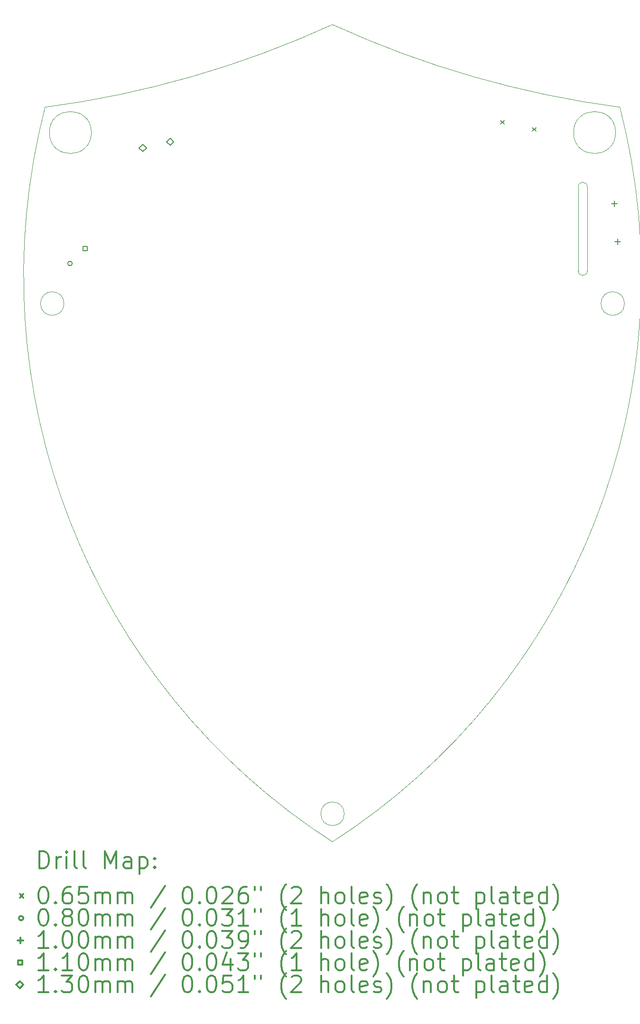
<source format=gbr>
%FSLAX45Y45*%
G04 Gerber Fmt 4.5, Leading zero omitted, Abs format (unit mm)*
G04 Created by KiCad (PCBNEW 5.0.2-1.fc29) date Mon 25 Feb 2019 04:28:05 CET*
%MOMM*%
%LPD*%
G01*
G04 APERTURE LIST*
%ADD10C,0.100000*%
%ADD11C,0.200000*%
%ADD12C,0.300000*%
G04 APERTURE END LIST*
D10*
X5128859Y13101191D02*
G75*
G02X0Y0I-11617245J-3006596D01*
G01*
X5211417Y9600000D02*
G75*
G03X5211417Y9600000I-210000J0D01*
G01*
X4547827Y11682000D02*
X4547827Y10182000D01*
X4384999Y11682000D02*
G75*
G02X4547827Y11682000I81414J0D01*
G01*
X4384999Y10182000D02*
X4384999Y11682000D01*
X-4791285Y9600000D02*
G75*
G03X-4791285Y9600000I-210000J0D01*
G01*
X0Y14575271D02*
G75*
G02X-5128700Y13101191I-7481641J16371471D01*
G01*
X4547827Y10182000D02*
G75*
G02X4384999Y10182000I-81414J0D01*
G01*
X5128859Y13101191D02*
G75*
G02X0Y14575271I2352718J17845580D01*
G01*
X0Y0D02*
G75*
G02X-5128700Y13101191I6488522J10094508D01*
G01*
X-4302509Y12650000D02*
G75*
G03X-4302509Y12650000I-375000J0D01*
G01*
X5052668Y12650000D02*
G75*
G03X5052668Y12650000I-375000J0D01*
G01*
X210000Y500000D02*
G75*
G03X210000Y500000I-210000J0D01*
G01*
D11*
X3000351Y12865051D02*
X3065351Y12800051D01*
X3065351Y12865051D02*
X3000351Y12800051D01*
X3564649Y12739949D02*
X3629649Y12674949D01*
X3629649Y12739949D02*
X3564649Y12674949D01*
X-4644147Y10315452D02*
G75*
G03X-4644147Y10315452I-40000J0D01*
G01*
X5032732Y11433905D02*
X5032732Y11333905D01*
X4982732Y11383905D02*
X5082732Y11383905D01*
X5087268Y10756095D02*
X5087268Y10656095D01*
X5037268Y10706095D02*
X5137268Y10706095D01*
X-4376555Y10545261D02*
X-4376555Y10623044D01*
X-4454338Y10623044D01*
X-4454338Y10545261D01*
X-4376555Y10545261D01*
X-3383592Y12308762D02*
X-3318592Y12373762D01*
X-3383592Y12438762D01*
X-3448592Y12373762D01*
X-3383592Y12308762D01*
X-2896407Y12421238D02*
X-2831407Y12486238D01*
X-2896407Y12551238D01*
X-2961407Y12486238D01*
X-2896407Y12421238D01*
D12*
X-5230050Y-470714D02*
X-5230050Y-170714D01*
X-5158621Y-170714D01*
X-5115764Y-185000D01*
X-5087192Y-213571D01*
X-5072907Y-242143D01*
X-5058621Y-299286D01*
X-5058621Y-342143D01*
X-5072907Y-399286D01*
X-5087192Y-427857D01*
X-5115764Y-456429D01*
X-5158621Y-470714D01*
X-5230050Y-470714D01*
X-4930050Y-470714D02*
X-4930050Y-270714D01*
X-4930050Y-327857D02*
X-4915764Y-299286D01*
X-4901478Y-285000D01*
X-4872907Y-270714D01*
X-4844335Y-270714D01*
X-4744335Y-470714D02*
X-4744335Y-270714D01*
X-4744335Y-170714D02*
X-4758621Y-185000D01*
X-4744335Y-199286D01*
X-4730050Y-185000D01*
X-4744335Y-170714D01*
X-4744335Y-199286D01*
X-4558621Y-470714D02*
X-4587192Y-456429D01*
X-4601478Y-427857D01*
X-4601478Y-170714D01*
X-4401478Y-470714D02*
X-4430050Y-456429D01*
X-4444335Y-427857D01*
X-4444335Y-170714D01*
X-4058621Y-470714D02*
X-4058621Y-170714D01*
X-3958621Y-385000D01*
X-3858621Y-170714D01*
X-3858621Y-470714D01*
X-3587192Y-470714D02*
X-3587192Y-313572D01*
X-3601478Y-285000D01*
X-3630050Y-270714D01*
X-3687192Y-270714D01*
X-3715764Y-285000D01*
X-3587192Y-456429D02*
X-3615764Y-470714D01*
X-3687192Y-470714D01*
X-3715764Y-456429D01*
X-3730050Y-427857D01*
X-3730050Y-399286D01*
X-3715764Y-370714D01*
X-3687192Y-356429D01*
X-3615764Y-356429D01*
X-3587192Y-342143D01*
X-3444335Y-270714D02*
X-3444335Y-570714D01*
X-3444335Y-285000D02*
X-3415764Y-270714D01*
X-3358621Y-270714D01*
X-3330050Y-285000D01*
X-3315764Y-299286D01*
X-3301478Y-327857D01*
X-3301478Y-413571D01*
X-3315764Y-442143D01*
X-3330050Y-456429D01*
X-3358621Y-470714D01*
X-3415764Y-470714D01*
X-3444335Y-456429D01*
X-3172907Y-442143D02*
X-3158621Y-456429D01*
X-3172907Y-470714D01*
X-3187192Y-456429D01*
X-3172907Y-442143D01*
X-3172907Y-470714D01*
X-3172907Y-285000D02*
X-3158621Y-299286D01*
X-3172907Y-313572D01*
X-3187192Y-299286D01*
X-3172907Y-285000D01*
X-3172907Y-313572D01*
X-5581478Y-932500D02*
X-5516478Y-997500D01*
X-5516478Y-932500D02*
X-5581478Y-997500D01*
X-5172907Y-800714D02*
X-5144335Y-800714D01*
X-5115764Y-815000D01*
X-5101478Y-829286D01*
X-5087192Y-857857D01*
X-5072907Y-915000D01*
X-5072907Y-986429D01*
X-5087192Y-1043571D01*
X-5101478Y-1072143D01*
X-5115764Y-1086429D01*
X-5144335Y-1100714D01*
X-5172907Y-1100714D01*
X-5201478Y-1086429D01*
X-5215764Y-1072143D01*
X-5230050Y-1043571D01*
X-5244335Y-986429D01*
X-5244335Y-915000D01*
X-5230050Y-857857D01*
X-5215764Y-829286D01*
X-5201478Y-815000D01*
X-5172907Y-800714D01*
X-4944335Y-1072143D02*
X-4930050Y-1086429D01*
X-4944335Y-1100714D01*
X-4958621Y-1086429D01*
X-4944335Y-1072143D01*
X-4944335Y-1100714D01*
X-4672907Y-800714D02*
X-4730050Y-800714D01*
X-4758621Y-815000D01*
X-4772907Y-829286D01*
X-4801478Y-872143D01*
X-4815764Y-929286D01*
X-4815764Y-1043571D01*
X-4801478Y-1072143D01*
X-4787192Y-1086429D01*
X-4758621Y-1100714D01*
X-4701478Y-1100714D01*
X-4672907Y-1086429D01*
X-4658621Y-1072143D01*
X-4644335Y-1043571D01*
X-4644335Y-972143D01*
X-4658621Y-943571D01*
X-4672907Y-929286D01*
X-4701478Y-915000D01*
X-4758621Y-915000D01*
X-4787192Y-929286D01*
X-4801478Y-943571D01*
X-4815764Y-972143D01*
X-4372907Y-800714D02*
X-4515764Y-800714D01*
X-4530050Y-943571D01*
X-4515764Y-929286D01*
X-4487192Y-915000D01*
X-4415764Y-915000D01*
X-4387192Y-929286D01*
X-4372907Y-943571D01*
X-4358621Y-972143D01*
X-4358621Y-1043571D01*
X-4372907Y-1072143D01*
X-4387192Y-1086429D01*
X-4415764Y-1100714D01*
X-4487192Y-1100714D01*
X-4515764Y-1086429D01*
X-4530050Y-1072143D01*
X-4230050Y-1100714D02*
X-4230050Y-900714D01*
X-4230050Y-929286D02*
X-4215764Y-915000D01*
X-4187192Y-900714D01*
X-4144335Y-900714D01*
X-4115764Y-915000D01*
X-4101478Y-943571D01*
X-4101478Y-1100714D01*
X-4101478Y-943571D02*
X-4087192Y-915000D01*
X-4058621Y-900714D01*
X-4015764Y-900714D01*
X-3987192Y-915000D01*
X-3972907Y-943571D01*
X-3972907Y-1100714D01*
X-3830050Y-1100714D02*
X-3830050Y-900714D01*
X-3830050Y-929286D02*
X-3815764Y-915000D01*
X-3787192Y-900714D01*
X-3744335Y-900714D01*
X-3715764Y-915000D01*
X-3701478Y-943571D01*
X-3701478Y-1100714D01*
X-3701478Y-943571D02*
X-3687192Y-915000D01*
X-3658621Y-900714D01*
X-3615764Y-900714D01*
X-3587192Y-915000D01*
X-3572907Y-943571D01*
X-3572907Y-1100714D01*
X-2987192Y-786429D02*
X-3244335Y-1172143D01*
X-2601478Y-800714D02*
X-2572907Y-800714D01*
X-2544335Y-815000D01*
X-2530050Y-829286D01*
X-2515764Y-857857D01*
X-2501478Y-915000D01*
X-2501478Y-986429D01*
X-2515764Y-1043571D01*
X-2530050Y-1072143D01*
X-2544335Y-1086429D01*
X-2572907Y-1100714D01*
X-2601478Y-1100714D01*
X-2630050Y-1086429D01*
X-2644335Y-1072143D01*
X-2658621Y-1043571D01*
X-2672907Y-986429D01*
X-2672907Y-915000D01*
X-2658621Y-857857D01*
X-2644335Y-829286D01*
X-2630050Y-815000D01*
X-2601478Y-800714D01*
X-2372907Y-1072143D02*
X-2358621Y-1086429D01*
X-2372907Y-1100714D01*
X-2387192Y-1086429D01*
X-2372907Y-1072143D01*
X-2372907Y-1100714D01*
X-2172907Y-800714D02*
X-2144335Y-800714D01*
X-2115764Y-815000D01*
X-2101478Y-829286D01*
X-2087192Y-857857D01*
X-2072907Y-915000D01*
X-2072907Y-986429D01*
X-2087192Y-1043571D01*
X-2101478Y-1072143D01*
X-2115764Y-1086429D01*
X-2144335Y-1100714D01*
X-2172907Y-1100714D01*
X-2201478Y-1086429D01*
X-2215764Y-1072143D01*
X-2230050Y-1043571D01*
X-2244335Y-986429D01*
X-2244335Y-915000D01*
X-2230050Y-857857D01*
X-2215764Y-829286D01*
X-2201478Y-815000D01*
X-2172907Y-800714D01*
X-1958621Y-829286D02*
X-1944335Y-815000D01*
X-1915764Y-800714D01*
X-1844335Y-800714D01*
X-1815764Y-815000D01*
X-1801478Y-829286D01*
X-1787192Y-857857D01*
X-1787192Y-886429D01*
X-1801478Y-929286D01*
X-1972907Y-1100714D01*
X-1787192Y-1100714D01*
X-1530050Y-800714D02*
X-1587192Y-800714D01*
X-1615764Y-815000D01*
X-1630050Y-829286D01*
X-1658621Y-872143D01*
X-1672907Y-929286D01*
X-1672907Y-1043571D01*
X-1658621Y-1072143D01*
X-1644335Y-1086429D01*
X-1615764Y-1100714D01*
X-1558621Y-1100714D01*
X-1530050Y-1086429D01*
X-1515764Y-1072143D01*
X-1501478Y-1043571D01*
X-1501478Y-972143D01*
X-1515764Y-943571D01*
X-1530050Y-929286D01*
X-1558621Y-915000D01*
X-1615764Y-915000D01*
X-1644335Y-929286D01*
X-1658621Y-943571D01*
X-1672907Y-972143D01*
X-1387192Y-800714D02*
X-1387192Y-857857D01*
X-1272907Y-800714D02*
X-1272907Y-857857D01*
X-830050Y-1215000D02*
X-844335Y-1200714D01*
X-872907Y-1157857D01*
X-887192Y-1129286D01*
X-901478Y-1086429D01*
X-915764Y-1015000D01*
X-915764Y-957857D01*
X-901478Y-886429D01*
X-887192Y-843571D01*
X-872907Y-815000D01*
X-844335Y-772143D01*
X-830050Y-757857D01*
X-730050Y-829286D02*
X-715764Y-815000D01*
X-687192Y-800714D01*
X-615764Y-800714D01*
X-587192Y-815000D01*
X-572907Y-829286D01*
X-558621Y-857857D01*
X-558621Y-886429D01*
X-572907Y-929286D01*
X-744335Y-1100714D01*
X-558621Y-1100714D01*
X-201478Y-1100714D02*
X-201478Y-800714D01*
X-72907Y-1100714D02*
X-72907Y-943571D01*
X-87192Y-915000D01*
X-115764Y-900714D01*
X-158621Y-900714D01*
X-187192Y-915000D01*
X-201478Y-929286D01*
X112807Y-1100714D02*
X84236Y-1086429D01*
X69950Y-1072143D01*
X55665Y-1043571D01*
X55665Y-957857D01*
X69950Y-929286D01*
X84236Y-915000D01*
X112807Y-900714D01*
X155665Y-900714D01*
X184236Y-915000D01*
X198522Y-929286D01*
X212807Y-957857D01*
X212807Y-1043571D01*
X198522Y-1072143D01*
X184236Y-1086429D01*
X155665Y-1100714D01*
X112807Y-1100714D01*
X384236Y-1100714D02*
X355665Y-1086429D01*
X341379Y-1057857D01*
X341379Y-800714D01*
X612808Y-1086429D02*
X584236Y-1100714D01*
X527093Y-1100714D01*
X498522Y-1086429D01*
X484236Y-1057857D01*
X484236Y-943571D01*
X498522Y-915000D01*
X527093Y-900714D01*
X584236Y-900714D01*
X612808Y-915000D01*
X627093Y-943571D01*
X627093Y-972143D01*
X484236Y-1000714D01*
X741379Y-1086429D02*
X769950Y-1100714D01*
X827093Y-1100714D01*
X855665Y-1086429D01*
X869950Y-1057857D01*
X869950Y-1043571D01*
X855665Y-1015000D01*
X827093Y-1000714D01*
X784236Y-1000714D01*
X755665Y-986429D01*
X741379Y-957857D01*
X741379Y-943571D01*
X755665Y-915000D01*
X784236Y-900714D01*
X827093Y-900714D01*
X855665Y-915000D01*
X969950Y-1215000D02*
X984236Y-1200714D01*
X1012807Y-1157857D01*
X1027093Y-1129286D01*
X1041379Y-1086429D01*
X1055665Y-1015000D01*
X1055665Y-957857D01*
X1041379Y-886429D01*
X1027093Y-843571D01*
X1012807Y-815000D01*
X984236Y-772143D01*
X969950Y-757857D01*
X1512807Y-1215000D02*
X1498522Y-1200714D01*
X1469950Y-1157857D01*
X1455665Y-1129286D01*
X1441379Y-1086429D01*
X1427093Y-1015000D01*
X1427093Y-957857D01*
X1441379Y-886429D01*
X1455665Y-843571D01*
X1469950Y-815000D01*
X1498522Y-772143D01*
X1512807Y-757857D01*
X1627093Y-900714D02*
X1627093Y-1100714D01*
X1627093Y-929286D02*
X1641379Y-915000D01*
X1669950Y-900714D01*
X1712807Y-900714D01*
X1741379Y-915000D01*
X1755665Y-943571D01*
X1755665Y-1100714D01*
X1941379Y-1100714D02*
X1912807Y-1086429D01*
X1898522Y-1072143D01*
X1884236Y-1043571D01*
X1884236Y-957857D01*
X1898522Y-929286D01*
X1912807Y-915000D01*
X1941379Y-900714D01*
X1984236Y-900714D01*
X2012807Y-915000D01*
X2027093Y-929286D01*
X2041379Y-957857D01*
X2041379Y-1043571D01*
X2027093Y-1072143D01*
X2012807Y-1086429D01*
X1984236Y-1100714D01*
X1941379Y-1100714D01*
X2127093Y-900714D02*
X2241379Y-900714D01*
X2169950Y-800714D02*
X2169950Y-1057857D01*
X2184236Y-1086429D01*
X2212808Y-1100714D01*
X2241379Y-1100714D01*
X2569950Y-900714D02*
X2569950Y-1200714D01*
X2569950Y-915000D02*
X2598522Y-900714D01*
X2655665Y-900714D01*
X2684236Y-915000D01*
X2698522Y-929286D01*
X2712808Y-957857D01*
X2712808Y-1043571D01*
X2698522Y-1072143D01*
X2684236Y-1086429D01*
X2655665Y-1100714D01*
X2598522Y-1100714D01*
X2569950Y-1086429D01*
X2884236Y-1100714D02*
X2855665Y-1086429D01*
X2841379Y-1057857D01*
X2841379Y-800714D01*
X3127093Y-1100714D02*
X3127093Y-943571D01*
X3112807Y-915000D01*
X3084236Y-900714D01*
X3027093Y-900714D01*
X2998522Y-915000D01*
X3127093Y-1086429D02*
X3098522Y-1100714D01*
X3027093Y-1100714D01*
X2998522Y-1086429D01*
X2984236Y-1057857D01*
X2984236Y-1029286D01*
X2998522Y-1000714D01*
X3027093Y-986429D01*
X3098522Y-986429D01*
X3127093Y-972143D01*
X3227093Y-900714D02*
X3341379Y-900714D01*
X3269950Y-800714D02*
X3269950Y-1057857D01*
X3284236Y-1086429D01*
X3312807Y-1100714D01*
X3341379Y-1100714D01*
X3555665Y-1086429D02*
X3527093Y-1100714D01*
X3469950Y-1100714D01*
X3441379Y-1086429D01*
X3427093Y-1057857D01*
X3427093Y-943571D01*
X3441379Y-915000D01*
X3469950Y-900714D01*
X3527093Y-900714D01*
X3555665Y-915000D01*
X3569950Y-943571D01*
X3569950Y-972143D01*
X3427093Y-1000714D01*
X3827093Y-1100714D02*
X3827093Y-800714D01*
X3827093Y-1086429D02*
X3798522Y-1100714D01*
X3741379Y-1100714D01*
X3712807Y-1086429D01*
X3698522Y-1072143D01*
X3684236Y-1043571D01*
X3684236Y-957857D01*
X3698522Y-929286D01*
X3712807Y-915000D01*
X3741379Y-900714D01*
X3798522Y-900714D01*
X3827093Y-915000D01*
X3941379Y-1215000D02*
X3955665Y-1200714D01*
X3984236Y-1157857D01*
X3998522Y-1129286D01*
X4012807Y-1086429D01*
X4027093Y-1015000D01*
X4027093Y-957857D01*
X4012807Y-886429D01*
X3998522Y-843571D01*
X3984236Y-815000D01*
X3955665Y-772143D01*
X3941379Y-757857D01*
X-5516478Y-1361000D02*
G75*
G03X-5516478Y-1361000I-40000J0D01*
G01*
X-5172907Y-1196714D02*
X-5144335Y-1196714D01*
X-5115764Y-1211000D01*
X-5101478Y-1225286D01*
X-5087192Y-1253857D01*
X-5072907Y-1311000D01*
X-5072907Y-1382429D01*
X-5087192Y-1439571D01*
X-5101478Y-1468143D01*
X-5115764Y-1482429D01*
X-5144335Y-1496714D01*
X-5172907Y-1496714D01*
X-5201478Y-1482429D01*
X-5215764Y-1468143D01*
X-5230050Y-1439571D01*
X-5244335Y-1382429D01*
X-5244335Y-1311000D01*
X-5230050Y-1253857D01*
X-5215764Y-1225286D01*
X-5201478Y-1211000D01*
X-5172907Y-1196714D01*
X-4944335Y-1468143D02*
X-4930050Y-1482429D01*
X-4944335Y-1496714D01*
X-4958621Y-1482429D01*
X-4944335Y-1468143D01*
X-4944335Y-1496714D01*
X-4758621Y-1325286D02*
X-4787192Y-1311000D01*
X-4801478Y-1296714D01*
X-4815764Y-1268143D01*
X-4815764Y-1253857D01*
X-4801478Y-1225286D01*
X-4787192Y-1211000D01*
X-4758621Y-1196714D01*
X-4701478Y-1196714D01*
X-4672907Y-1211000D01*
X-4658621Y-1225286D01*
X-4644335Y-1253857D01*
X-4644335Y-1268143D01*
X-4658621Y-1296714D01*
X-4672907Y-1311000D01*
X-4701478Y-1325286D01*
X-4758621Y-1325286D01*
X-4787192Y-1339572D01*
X-4801478Y-1353857D01*
X-4815764Y-1382429D01*
X-4815764Y-1439571D01*
X-4801478Y-1468143D01*
X-4787192Y-1482429D01*
X-4758621Y-1496714D01*
X-4701478Y-1496714D01*
X-4672907Y-1482429D01*
X-4658621Y-1468143D01*
X-4644335Y-1439571D01*
X-4644335Y-1382429D01*
X-4658621Y-1353857D01*
X-4672907Y-1339572D01*
X-4701478Y-1325286D01*
X-4458621Y-1196714D02*
X-4430050Y-1196714D01*
X-4401478Y-1211000D01*
X-4387192Y-1225286D01*
X-4372907Y-1253857D01*
X-4358621Y-1311000D01*
X-4358621Y-1382429D01*
X-4372907Y-1439571D01*
X-4387192Y-1468143D01*
X-4401478Y-1482429D01*
X-4430050Y-1496714D01*
X-4458621Y-1496714D01*
X-4487192Y-1482429D01*
X-4501478Y-1468143D01*
X-4515764Y-1439571D01*
X-4530050Y-1382429D01*
X-4530050Y-1311000D01*
X-4515764Y-1253857D01*
X-4501478Y-1225286D01*
X-4487192Y-1211000D01*
X-4458621Y-1196714D01*
X-4230050Y-1496714D02*
X-4230050Y-1296714D01*
X-4230050Y-1325286D02*
X-4215764Y-1311000D01*
X-4187192Y-1296714D01*
X-4144335Y-1296714D01*
X-4115764Y-1311000D01*
X-4101478Y-1339572D01*
X-4101478Y-1496714D01*
X-4101478Y-1339572D02*
X-4087192Y-1311000D01*
X-4058621Y-1296714D01*
X-4015764Y-1296714D01*
X-3987192Y-1311000D01*
X-3972907Y-1339572D01*
X-3972907Y-1496714D01*
X-3830050Y-1496714D02*
X-3830050Y-1296714D01*
X-3830050Y-1325286D02*
X-3815764Y-1311000D01*
X-3787192Y-1296714D01*
X-3744335Y-1296714D01*
X-3715764Y-1311000D01*
X-3701478Y-1339572D01*
X-3701478Y-1496714D01*
X-3701478Y-1339572D02*
X-3687192Y-1311000D01*
X-3658621Y-1296714D01*
X-3615764Y-1296714D01*
X-3587192Y-1311000D01*
X-3572907Y-1339572D01*
X-3572907Y-1496714D01*
X-2987192Y-1182429D02*
X-3244335Y-1568143D01*
X-2601478Y-1196714D02*
X-2572907Y-1196714D01*
X-2544335Y-1211000D01*
X-2530050Y-1225286D01*
X-2515764Y-1253857D01*
X-2501478Y-1311000D01*
X-2501478Y-1382429D01*
X-2515764Y-1439571D01*
X-2530050Y-1468143D01*
X-2544335Y-1482429D01*
X-2572907Y-1496714D01*
X-2601478Y-1496714D01*
X-2630050Y-1482429D01*
X-2644335Y-1468143D01*
X-2658621Y-1439571D01*
X-2672907Y-1382429D01*
X-2672907Y-1311000D01*
X-2658621Y-1253857D01*
X-2644335Y-1225286D01*
X-2630050Y-1211000D01*
X-2601478Y-1196714D01*
X-2372907Y-1468143D02*
X-2358621Y-1482429D01*
X-2372907Y-1496714D01*
X-2387192Y-1482429D01*
X-2372907Y-1468143D01*
X-2372907Y-1496714D01*
X-2172907Y-1196714D02*
X-2144335Y-1196714D01*
X-2115764Y-1211000D01*
X-2101478Y-1225286D01*
X-2087192Y-1253857D01*
X-2072907Y-1311000D01*
X-2072907Y-1382429D01*
X-2087192Y-1439571D01*
X-2101478Y-1468143D01*
X-2115764Y-1482429D01*
X-2144335Y-1496714D01*
X-2172907Y-1496714D01*
X-2201478Y-1482429D01*
X-2215764Y-1468143D01*
X-2230050Y-1439571D01*
X-2244335Y-1382429D01*
X-2244335Y-1311000D01*
X-2230050Y-1253857D01*
X-2215764Y-1225286D01*
X-2201478Y-1211000D01*
X-2172907Y-1196714D01*
X-1972907Y-1196714D02*
X-1787192Y-1196714D01*
X-1887192Y-1311000D01*
X-1844335Y-1311000D01*
X-1815764Y-1325286D01*
X-1801478Y-1339572D01*
X-1787192Y-1368143D01*
X-1787192Y-1439571D01*
X-1801478Y-1468143D01*
X-1815764Y-1482429D01*
X-1844335Y-1496714D01*
X-1930050Y-1496714D01*
X-1958621Y-1482429D01*
X-1972907Y-1468143D01*
X-1501478Y-1496714D02*
X-1672907Y-1496714D01*
X-1587192Y-1496714D02*
X-1587192Y-1196714D01*
X-1615764Y-1239572D01*
X-1644335Y-1268143D01*
X-1672907Y-1282429D01*
X-1387192Y-1196714D02*
X-1387192Y-1253857D01*
X-1272907Y-1196714D02*
X-1272907Y-1253857D01*
X-830050Y-1611000D02*
X-844335Y-1596714D01*
X-872907Y-1553857D01*
X-887192Y-1525286D01*
X-901478Y-1482429D01*
X-915764Y-1411000D01*
X-915764Y-1353857D01*
X-901478Y-1282429D01*
X-887192Y-1239572D01*
X-872907Y-1211000D01*
X-844335Y-1168143D01*
X-830050Y-1153857D01*
X-558621Y-1496714D02*
X-730050Y-1496714D01*
X-644335Y-1496714D02*
X-644335Y-1196714D01*
X-672907Y-1239572D01*
X-701478Y-1268143D01*
X-730050Y-1282429D01*
X-201478Y-1496714D02*
X-201478Y-1196714D01*
X-72907Y-1496714D02*
X-72907Y-1339572D01*
X-87192Y-1311000D01*
X-115764Y-1296714D01*
X-158621Y-1296714D01*
X-187192Y-1311000D01*
X-201478Y-1325286D01*
X112807Y-1496714D02*
X84236Y-1482429D01*
X69950Y-1468143D01*
X55665Y-1439571D01*
X55665Y-1353857D01*
X69950Y-1325286D01*
X84236Y-1311000D01*
X112807Y-1296714D01*
X155665Y-1296714D01*
X184236Y-1311000D01*
X198522Y-1325286D01*
X212807Y-1353857D01*
X212807Y-1439571D01*
X198522Y-1468143D01*
X184236Y-1482429D01*
X155665Y-1496714D01*
X112807Y-1496714D01*
X384236Y-1496714D02*
X355665Y-1482429D01*
X341379Y-1453857D01*
X341379Y-1196714D01*
X612808Y-1482429D02*
X584236Y-1496714D01*
X527093Y-1496714D01*
X498522Y-1482429D01*
X484236Y-1453857D01*
X484236Y-1339572D01*
X498522Y-1311000D01*
X527093Y-1296714D01*
X584236Y-1296714D01*
X612808Y-1311000D01*
X627093Y-1339572D01*
X627093Y-1368143D01*
X484236Y-1396714D01*
X727093Y-1611000D02*
X741379Y-1596714D01*
X769950Y-1553857D01*
X784236Y-1525286D01*
X798522Y-1482429D01*
X812807Y-1411000D01*
X812807Y-1353857D01*
X798522Y-1282429D01*
X784236Y-1239572D01*
X769950Y-1211000D01*
X741379Y-1168143D01*
X727093Y-1153857D01*
X1269950Y-1611000D02*
X1255665Y-1596714D01*
X1227093Y-1553857D01*
X1212808Y-1525286D01*
X1198522Y-1482429D01*
X1184236Y-1411000D01*
X1184236Y-1353857D01*
X1198522Y-1282429D01*
X1212808Y-1239572D01*
X1227093Y-1211000D01*
X1255665Y-1168143D01*
X1269950Y-1153857D01*
X1384236Y-1296714D02*
X1384236Y-1496714D01*
X1384236Y-1325286D02*
X1398522Y-1311000D01*
X1427093Y-1296714D01*
X1469950Y-1296714D01*
X1498522Y-1311000D01*
X1512807Y-1339572D01*
X1512807Y-1496714D01*
X1698522Y-1496714D02*
X1669950Y-1482429D01*
X1655665Y-1468143D01*
X1641379Y-1439571D01*
X1641379Y-1353857D01*
X1655665Y-1325286D01*
X1669950Y-1311000D01*
X1698522Y-1296714D01*
X1741379Y-1296714D01*
X1769950Y-1311000D01*
X1784236Y-1325286D01*
X1798522Y-1353857D01*
X1798522Y-1439571D01*
X1784236Y-1468143D01*
X1769950Y-1482429D01*
X1741379Y-1496714D01*
X1698522Y-1496714D01*
X1884236Y-1296714D02*
X1998522Y-1296714D01*
X1927093Y-1196714D02*
X1927093Y-1453857D01*
X1941379Y-1482429D01*
X1969950Y-1496714D01*
X1998522Y-1496714D01*
X2327093Y-1296714D02*
X2327093Y-1596714D01*
X2327093Y-1311000D02*
X2355665Y-1296714D01*
X2412808Y-1296714D01*
X2441379Y-1311000D01*
X2455665Y-1325286D01*
X2469950Y-1353857D01*
X2469950Y-1439571D01*
X2455665Y-1468143D01*
X2441379Y-1482429D01*
X2412808Y-1496714D01*
X2355665Y-1496714D01*
X2327093Y-1482429D01*
X2641379Y-1496714D02*
X2612808Y-1482429D01*
X2598522Y-1453857D01*
X2598522Y-1196714D01*
X2884236Y-1496714D02*
X2884236Y-1339572D01*
X2869950Y-1311000D01*
X2841379Y-1296714D01*
X2784236Y-1296714D01*
X2755665Y-1311000D01*
X2884236Y-1482429D02*
X2855665Y-1496714D01*
X2784236Y-1496714D01*
X2755665Y-1482429D01*
X2741379Y-1453857D01*
X2741379Y-1425286D01*
X2755665Y-1396714D01*
X2784236Y-1382429D01*
X2855665Y-1382429D01*
X2884236Y-1368143D01*
X2984236Y-1296714D02*
X3098522Y-1296714D01*
X3027093Y-1196714D02*
X3027093Y-1453857D01*
X3041379Y-1482429D01*
X3069950Y-1496714D01*
X3098522Y-1496714D01*
X3312807Y-1482429D02*
X3284236Y-1496714D01*
X3227093Y-1496714D01*
X3198522Y-1482429D01*
X3184236Y-1453857D01*
X3184236Y-1339572D01*
X3198522Y-1311000D01*
X3227093Y-1296714D01*
X3284236Y-1296714D01*
X3312807Y-1311000D01*
X3327093Y-1339572D01*
X3327093Y-1368143D01*
X3184236Y-1396714D01*
X3584236Y-1496714D02*
X3584236Y-1196714D01*
X3584236Y-1482429D02*
X3555665Y-1496714D01*
X3498522Y-1496714D01*
X3469950Y-1482429D01*
X3455665Y-1468143D01*
X3441379Y-1439571D01*
X3441379Y-1353857D01*
X3455665Y-1325286D01*
X3469950Y-1311000D01*
X3498522Y-1296714D01*
X3555665Y-1296714D01*
X3584236Y-1311000D01*
X3698522Y-1611000D02*
X3712807Y-1596714D01*
X3741379Y-1553857D01*
X3755665Y-1525286D01*
X3769950Y-1482429D01*
X3784236Y-1411000D01*
X3784236Y-1353857D01*
X3769950Y-1282429D01*
X3755665Y-1239572D01*
X3741379Y-1211000D01*
X3712807Y-1168143D01*
X3698522Y-1153857D01*
X-5566478Y-1707000D02*
X-5566478Y-1807000D01*
X-5616478Y-1757000D02*
X-5516478Y-1757000D01*
X-5072907Y-1892714D02*
X-5244335Y-1892714D01*
X-5158621Y-1892714D02*
X-5158621Y-1592714D01*
X-5187192Y-1635571D01*
X-5215764Y-1664143D01*
X-5244335Y-1678429D01*
X-4944335Y-1864143D02*
X-4930050Y-1878429D01*
X-4944335Y-1892714D01*
X-4958621Y-1878429D01*
X-4944335Y-1864143D01*
X-4944335Y-1892714D01*
X-4744335Y-1592714D02*
X-4715764Y-1592714D01*
X-4687192Y-1607000D01*
X-4672907Y-1621286D01*
X-4658621Y-1649857D01*
X-4644335Y-1707000D01*
X-4644335Y-1778429D01*
X-4658621Y-1835571D01*
X-4672907Y-1864143D01*
X-4687192Y-1878429D01*
X-4715764Y-1892714D01*
X-4744335Y-1892714D01*
X-4772907Y-1878429D01*
X-4787192Y-1864143D01*
X-4801478Y-1835571D01*
X-4815764Y-1778429D01*
X-4815764Y-1707000D01*
X-4801478Y-1649857D01*
X-4787192Y-1621286D01*
X-4772907Y-1607000D01*
X-4744335Y-1592714D01*
X-4458621Y-1592714D02*
X-4430050Y-1592714D01*
X-4401478Y-1607000D01*
X-4387192Y-1621286D01*
X-4372907Y-1649857D01*
X-4358621Y-1707000D01*
X-4358621Y-1778429D01*
X-4372907Y-1835571D01*
X-4387192Y-1864143D01*
X-4401478Y-1878429D01*
X-4430050Y-1892714D01*
X-4458621Y-1892714D01*
X-4487192Y-1878429D01*
X-4501478Y-1864143D01*
X-4515764Y-1835571D01*
X-4530050Y-1778429D01*
X-4530050Y-1707000D01*
X-4515764Y-1649857D01*
X-4501478Y-1621286D01*
X-4487192Y-1607000D01*
X-4458621Y-1592714D01*
X-4230050Y-1892714D02*
X-4230050Y-1692714D01*
X-4230050Y-1721286D02*
X-4215764Y-1707000D01*
X-4187192Y-1692714D01*
X-4144335Y-1692714D01*
X-4115764Y-1707000D01*
X-4101478Y-1735571D01*
X-4101478Y-1892714D01*
X-4101478Y-1735571D02*
X-4087192Y-1707000D01*
X-4058621Y-1692714D01*
X-4015764Y-1692714D01*
X-3987192Y-1707000D01*
X-3972907Y-1735571D01*
X-3972907Y-1892714D01*
X-3830050Y-1892714D02*
X-3830050Y-1692714D01*
X-3830050Y-1721286D02*
X-3815764Y-1707000D01*
X-3787192Y-1692714D01*
X-3744335Y-1692714D01*
X-3715764Y-1707000D01*
X-3701478Y-1735571D01*
X-3701478Y-1892714D01*
X-3701478Y-1735571D02*
X-3687192Y-1707000D01*
X-3658621Y-1692714D01*
X-3615764Y-1692714D01*
X-3587192Y-1707000D01*
X-3572907Y-1735571D01*
X-3572907Y-1892714D01*
X-2987192Y-1578429D02*
X-3244335Y-1964143D01*
X-2601478Y-1592714D02*
X-2572907Y-1592714D01*
X-2544335Y-1607000D01*
X-2530050Y-1621286D01*
X-2515764Y-1649857D01*
X-2501478Y-1707000D01*
X-2501478Y-1778429D01*
X-2515764Y-1835571D01*
X-2530050Y-1864143D01*
X-2544335Y-1878429D01*
X-2572907Y-1892714D01*
X-2601478Y-1892714D01*
X-2630050Y-1878429D01*
X-2644335Y-1864143D01*
X-2658621Y-1835571D01*
X-2672907Y-1778429D01*
X-2672907Y-1707000D01*
X-2658621Y-1649857D01*
X-2644335Y-1621286D01*
X-2630050Y-1607000D01*
X-2601478Y-1592714D01*
X-2372907Y-1864143D02*
X-2358621Y-1878429D01*
X-2372907Y-1892714D01*
X-2387192Y-1878429D01*
X-2372907Y-1864143D01*
X-2372907Y-1892714D01*
X-2172907Y-1592714D02*
X-2144335Y-1592714D01*
X-2115764Y-1607000D01*
X-2101478Y-1621286D01*
X-2087192Y-1649857D01*
X-2072907Y-1707000D01*
X-2072907Y-1778429D01*
X-2087192Y-1835571D01*
X-2101478Y-1864143D01*
X-2115764Y-1878429D01*
X-2144335Y-1892714D01*
X-2172907Y-1892714D01*
X-2201478Y-1878429D01*
X-2215764Y-1864143D01*
X-2230050Y-1835571D01*
X-2244335Y-1778429D01*
X-2244335Y-1707000D01*
X-2230050Y-1649857D01*
X-2215764Y-1621286D01*
X-2201478Y-1607000D01*
X-2172907Y-1592714D01*
X-1972907Y-1592714D02*
X-1787192Y-1592714D01*
X-1887192Y-1707000D01*
X-1844335Y-1707000D01*
X-1815764Y-1721286D01*
X-1801478Y-1735571D01*
X-1787192Y-1764143D01*
X-1787192Y-1835571D01*
X-1801478Y-1864143D01*
X-1815764Y-1878429D01*
X-1844335Y-1892714D01*
X-1930050Y-1892714D01*
X-1958621Y-1878429D01*
X-1972907Y-1864143D01*
X-1644335Y-1892714D02*
X-1587192Y-1892714D01*
X-1558621Y-1878429D01*
X-1544335Y-1864143D01*
X-1515764Y-1821286D01*
X-1501478Y-1764143D01*
X-1501478Y-1649857D01*
X-1515764Y-1621286D01*
X-1530050Y-1607000D01*
X-1558621Y-1592714D01*
X-1615764Y-1592714D01*
X-1644335Y-1607000D01*
X-1658621Y-1621286D01*
X-1672907Y-1649857D01*
X-1672907Y-1721286D01*
X-1658621Y-1749857D01*
X-1644335Y-1764143D01*
X-1615764Y-1778429D01*
X-1558621Y-1778429D01*
X-1530050Y-1764143D01*
X-1515764Y-1749857D01*
X-1501478Y-1721286D01*
X-1387192Y-1592714D02*
X-1387192Y-1649857D01*
X-1272907Y-1592714D02*
X-1272907Y-1649857D01*
X-830050Y-2007000D02*
X-844335Y-1992714D01*
X-872907Y-1949857D01*
X-887192Y-1921286D01*
X-901478Y-1878429D01*
X-915764Y-1807000D01*
X-915764Y-1749857D01*
X-901478Y-1678429D01*
X-887192Y-1635571D01*
X-872907Y-1607000D01*
X-844335Y-1564143D01*
X-830050Y-1549857D01*
X-730050Y-1621286D02*
X-715764Y-1607000D01*
X-687192Y-1592714D01*
X-615764Y-1592714D01*
X-587192Y-1607000D01*
X-572907Y-1621286D01*
X-558621Y-1649857D01*
X-558621Y-1678429D01*
X-572907Y-1721286D01*
X-744335Y-1892714D01*
X-558621Y-1892714D01*
X-201478Y-1892714D02*
X-201478Y-1592714D01*
X-72907Y-1892714D02*
X-72907Y-1735571D01*
X-87192Y-1707000D01*
X-115764Y-1692714D01*
X-158621Y-1692714D01*
X-187192Y-1707000D01*
X-201478Y-1721286D01*
X112807Y-1892714D02*
X84236Y-1878429D01*
X69950Y-1864143D01*
X55665Y-1835571D01*
X55665Y-1749857D01*
X69950Y-1721286D01*
X84236Y-1707000D01*
X112807Y-1692714D01*
X155665Y-1692714D01*
X184236Y-1707000D01*
X198522Y-1721286D01*
X212807Y-1749857D01*
X212807Y-1835571D01*
X198522Y-1864143D01*
X184236Y-1878429D01*
X155665Y-1892714D01*
X112807Y-1892714D01*
X384236Y-1892714D02*
X355665Y-1878429D01*
X341379Y-1849857D01*
X341379Y-1592714D01*
X612808Y-1878429D02*
X584236Y-1892714D01*
X527093Y-1892714D01*
X498522Y-1878429D01*
X484236Y-1849857D01*
X484236Y-1735571D01*
X498522Y-1707000D01*
X527093Y-1692714D01*
X584236Y-1692714D01*
X612808Y-1707000D01*
X627093Y-1735571D01*
X627093Y-1764143D01*
X484236Y-1792714D01*
X741379Y-1878429D02*
X769950Y-1892714D01*
X827093Y-1892714D01*
X855665Y-1878429D01*
X869950Y-1849857D01*
X869950Y-1835571D01*
X855665Y-1807000D01*
X827093Y-1792714D01*
X784236Y-1792714D01*
X755665Y-1778429D01*
X741379Y-1749857D01*
X741379Y-1735571D01*
X755665Y-1707000D01*
X784236Y-1692714D01*
X827093Y-1692714D01*
X855665Y-1707000D01*
X969950Y-2007000D02*
X984236Y-1992714D01*
X1012807Y-1949857D01*
X1027093Y-1921286D01*
X1041379Y-1878429D01*
X1055665Y-1807000D01*
X1055665Y-1749857D01*
X1041379Y-1678429D01*
X1027093Y-1635571D01*
X1012807Y-1607000D01*
X984236Y-1564143D01*
X969950Y-1549857D01*
X1512807Y-2007000D02*
X1498522Y-1992714D01*
X1469950Y-1949857D01*
X1455665Y-1921286D01*
X1441379Y-1878429D01*
X1427093Y-1807000D01*
X1427093Y-1749857D01*
X1441379Y-1678429D01*
X1455665Y-1635571D01*
X1469950Y-1607000D01*
X1498522Y-1564143D01*
X1512807Y-1549857D01*
X1627093Y-1692714D02*
X1627093Y-1892714D01*
X1627093Y-1721286D02*
X1641379Y-1707000D01*
X1669950Y-1692714D01*
X1712807Y-1692714D01*
X1741379Y-1707000D01*
X1755665Y-1735571D01*
X1755665Y-1892714D01*
X1941379Y-1892714D02*
X1912807Y-1878429D01*
X1898522Y-1864143D01*
X1884236Y-1835571D01*
X1884236Y-1749857D01*
X1898522Y-1721286D01*
X1912807Y-1707000D01*
X1941379Y-1692714D01*
X1984236Y-1692714D01*
X2012807Y-1707000D01*
X2027093Y-1721286D01*
X2041379Y-1749857D01*
X2041379Y-1835571D01*
X2027093Y-1864143D01*
X2012807Y-1878429D01*
X1984236Y-1892714D01*
X1941379Y-1892714D01*
X2127093Y-1692714D02*
X2241379Y-1692714D01*
X2169950Y-1592714D02*
X2169950Y-1849857D01*
X2184236Y-1878429D01*
X2212808Y-1892714D01*
X2241379Y-1892714D01*
X2569950Y-1692714D02*
X2569950Y-1992714D01*
X2569950Y-1707000D02*
X2598522Y-1692714D01*
X2655665Y-1692714D01*
X2684236Y-1707000D01*
X2698522Y-1721286D01*
X2712808Y-1749857D01*
X2712808Y-1835571D01*
X2698522Y-1864143D01*
X2684236Y-1878429D01*
X2655665Y-1892714D01*
X2598522Y-1892714D01*
X2569950Y-1878429D01*
X2884236Y-1892714D02*
X2855665Y-1878429D01*
X2841379Y-1849857D01*
X2841379Y-1592714D01*
X3127093Y-1892714D02*
X3127093Y-1735571D01*
X3112807Y-1707000D01*
X3084236Y-1692714D01*
X3027093Y-1692714D01*
X2998522Y-1707000D01*
X3127093Y-1878429D02*
X3098522Y-1892714D01*
X3027093Y-1892714D01*
X2998522Y-1878429D01*
X2984236Y-1849857D01*
X2984236Y-1821286D01*
X2998522Y-1792714D01*
X3027093Y-1778429D01*
X3098522Y-1778429D01*
X3127093Y-1764143D01*
X3227093Y-1692714D02*
X3341379Y-1692714D01*
X3269950Y-1592714D02*
X3269950Y-1849857D01*
X3284236Y-1878429D01*
X3312807Y-1892714D01*
X3341379Y-1892714D01*
X3555665Y-1878429D02*
X3527093Y-1892714D01*
X3469950Y-1892714D01*
X3441379Y-1878429D01*
X3427093Y-1849857D01*
X3427093Y-1735571D01*
X3441379Y-1707000D01*
X3469950Y-1692714D01*
X3527093Y-1692714D01*
X3555665Y-1707000D01*
X3569950Y-1735571D01*
X3569950Y-1764143D01*
X3427093Y-1792714D01*
X3827093Y-1892714D02*
X3827093Y-1592714D01*
X3827093Y-1878429D02*
X3798522Y-1892714D01*
X3741379Y-1892714D01*
X3712807Y-1878429D01*
X3698522Y-1864143D01*
X3684236Y-1835571D01*
X3684236Y-1749857D01*
X3698522Y-1721286D01*
X3712807Y-1707000D01*
X3741379Y-1692714D01*
X3798522Y-1692714D01*
X3827093Y-1707000D01*
X3941379Y-2007000D02*
X3955665Y-1992714D01*
X3984236Y-1949857D01*
X3998522Y-1921286D01*
X4012807Y-1878429D01*
X4027093Y-1807000D01*
X4027093Y-1749857D01*
X4012807Y-1678429D01*
X3998522Y-1635571D01*
X3984236Y-1607000D01*
X3955665Y-1564143D01*
X3941379Y-1549857D01*
X-5532587Y-2191891D02*
X-5532587Y-2114109D01*
X-5610369Y-2114109D01*
X-5610369Y-2191891D01*
X-5532587Y-2191891D01*
X-5072907Y-2288714D02*
X-5244335Y-2288714D01*
X-5158621Y-2288714D02*
X-5158621Y-1988714D01*
X-5187192Y-2031571D01*
X-5215764Y-2060143D01*
X-5244335Y-2074429D01*
X-4944335Y-2260143D02*
X-4930050Y-2274429D01*
X-4944335Y-2288714D01*
X-4958621Y-2274429D01*
X-4944335Y-2260143D01*
X-4944335Y-2288714D01*
X-4644335Y-2288714D02*
X-4815764Y-2288714D01*
X-4730050Y-2288714D02*
X-4730050Y-1988714D01*
X-4758621Y-2031571D01*
X-4787192Y-2060143D01*
X-4815764Y-2074429D01*
X-4458621Y-1988714D02*
X-4430050Y-1988714D01*
X-4401478Y-2003000D01*
X-4387192Y-2017286D01*
X-4372907Y-2045857D01*
X-4358621Y-2103000D01*
X-4358621Y-2174429D01*
X-4372907Y-2231572D01*
X-4387192Y-2260143D01*
X-4401478Y-2274429D01*
X-4430050Y-2288714D01*
X-4458621Y-2288714D01*
X-4487192Y-2274429D01*
X-4501478Y-2260143D01*
X-4515764Y-2231572D01*
X-4530050Y-2174429D01*
X-4530050Y-2103000D01*
X-4515764Y-2045857D01*
X-4501478Y-2017286D01*
X-4487192Y-2003000D01*
X-4458621Y-1988714D01*
X-4230050Y-2288714D02*
X-4230050Y-2088714D01*
X-4230050Y-2117286D02*
X-4215764Y-2103000D01*
X-4187192Y-2088714D01*
X-4144335Y-2088714D01*
X-4115764Y-2103000D01*
X-4101478Y-2131572D01*
X-4101478Y-2288714D01*
X-4101478Y-2131572D02*
X-4087192Y-2103000D01*
X-4058621Y-2088714D01*
X-4015764Y-2088714D01*
X-3987192Y-2103000D01*
X-3972907Y-2131572D01*
X-3972907Y-2288714D01*
X-3830050Y-2288714D02*
X-3830050Y-2088714D01*
X-3830050Y-2117286D02*
X-3815764Y-2103000D01*
X-3787192Y-2088714D01*
X-3744335Y-2088714D01*
X-3715764Y-2103000D01*
X-3701478Y-2131572D01*
X-3701478Y-2288714D01*
X-3701478Y-2131572D02*
X-3687192Y-2103000D01*
X-3658621Y-2088714D01*
X-3615764Y-2088714D01*
X-3587192Y-2103000D01*
X-3572907Y-2131572D01*
X-3572907Y-2288714D01*
X-2987192Y-1974429D02*
X-3244335Y-2360143D01*
X-2601478Y-1988714D02*
X-2572907Y-1988714D01*
X-2544335Y-2003000D01*
X-2530050Y-2017286D01*
X-2515764Y-2045857D01*
X-2501478Y-2103000D01*
X-2501478Y-2174429D01*
X-2515764Y-2231572D01*
X-2530050Y-2260143D01*
X-2544335Y-2274429D01*
X-2572907Y-2288714D01*
X-2601478Y-2288714D01*
X-2630050Y-2274429D01*
X-2644335Y-2260143D01*
X-2658621Y-2231572D01*
X-2672907Y-2174429D01*
X-2672907Y-2103000D01*
X-2658621Y-2045857D01*
X-2644335Y-2017286D01*
X-2630050Y-2003000D01*
X-2601478Y-1988714D01*
X-2372907Y-2260143D02*
X-2358621Y-2274429D01*
X-2372907Y-2288714D01*
X-2387192Y-2274429D01*
X-2372907Y-2260143D01*
X-2372907Y-2288714D01*
X-2172907Y-1988714D02*
X-2144335Y-1988714D01*
X-2115764Y-2003000D01*
X-2101478Y-2017286D01*
X-2087192Y-2045857D01*
X-2072907Y-2103000D01*
X-2072907Y-2174429D01*
X-2087192Y-2231572D01*
X-2101478Y-2260143D01*
X-2115764Y-2274429D01*
X-2144335Y-2288714D01*
X-2172907Y-2288714D01*
X-2201478Y-2274429D01*
X-2215764Y-2260143D01*
X-2230050Y-2231572D01*
X-2244335Y-2174429D01*
X-2244335Y-2103000D01*
X-2230050Y-2045857D01*
X-2215764Y-2017286D01*
X-2201478Y-2003000D01*
X-2172907Y-1988714D01*
X-1815764Y-2088714D02*
X-1815764Y-2288714D01*
X-1887192Y-1974429D02*
X-1958621Y-2188714D01*
X-1772907Y-2188714D01*
X-1687192Y-1988714D02*
X-1501478Y-1988714D01*
X-1601478Y-2103000D01*
X-1558621Y-2103000D01*
X-1530050Y-2117286D01*
X-1515764Y-2131572D01*
X-1501478Y-2160143D01*
X-1501478Y-2231572D01*
X-1515764Y-2260143D01*
X-1530050Y-2274429D01*
X-1558621Y-2288714D01*
X-1644335Y-2288714D01*
X-1672907Y-2274429D01*
X-1687192Y-2260143D01*
X-1387192Y-1988714D02*
X-1387192Y-2045857D01*
X-1272907Y-1988714D02*
X-1272907Y-2045857D01*
X-830050Y-2403000D02*
X-844335Y-2388714D01*
X-872907Y-2345857D01*
X-887192Y-2317286D01*
X-901478Y-2274429D01*
X-915764Y-2203000D01*
X-915764Y-2145857D01*
X-901478Y-2074429D01*
X-887192Y-2031571D01*
X-872907Y-2003000D01*
X-844335Y-1960143D01*
X-830050Y-1945857D01*
X-558621Y-2288714D02*
X-730050Y-2288714D01*
X-644335Y-2288714D02*
X-644335Y-1988714D01*
X-672907Y-2031571D01*
X-701478Y-2060143D01*
X-730050Y-2074429D01*
X-201478Y-2288714D02*
X-201478Y-1988714D01*
X-72907Y-2288714D02*
X-72907Y-2131572D01*
X-87192Y-2103000D01*
X-115764Y-2088714D01*
X-158621Y-2088714D01*
X-187192Y-2103000D01*
X-201478Y-2117286D01*
X112807Y-2288714D02*
X84236Y-2274429D01*
X69950Y-2260143D01*
X55665Y-2231572D01*
X55665Y-2145857D01*
X69950Y-2117286D01*
X84236Y-2103000D01*
X112807Y-2088714D01*
X155665Y-2088714D01*
X184236Y-2103000D01*
X198522Y-2117286D01*
X212807Y-2145857D01*
X212807Y-2231572D01*
X198522Y-2260143D01*
X184236Y-2274429D01*
X155665Y-2288714D01*
X112807Y-2288714D01*
X384236Y-2288714D02*
X355665Y-2274429D01*
X341379Y-2245857D01*
X341379Y-1988714D01*
X612808Y-2274429D02*
X584236Y-2288714D01*
X527093Y-2288714D01*
X498522Y-2274429D01*
X484236Y-2245857D01*
X484236Y-2131572D01*
X498522Y-2103000D01*
X527093Y-2088714D01*
X584236Y-2088714D01*
X612808Y-2103000D01*
X627093Y-2131572D01*
X627093Y-2160143D01*
X484236Y-2188714D01*
X727093Y-2403000D02*
X741379Y-2388714D01*
X769950Y-2345857D01*
X784236Y-2317286D01*
X798522Y-2274429D01*
X812807Y-2203000D01*
X812807Y-2145857D01*
X798522Y-2074429D01*
X784236Y-2031571D01*
X769950Y-2003000D01*
X741379Y-1960143D01*
X727093Y-1945857D01*
X1269950Y-2403000D02*
X1255665Y-2388714D01*
X1227093Y-2345857D01*
X1212808Y-2317286D01*
X1198522Y-2274429D01*
X1184236Y-2203000D01*
X1184236Y-2145857D01*
X1198522Y-2074429D01*
X1212808Y-2031571D01*
X1227093Y-2003000D01*
X1255665Y-1960143D01*
X1269950Y-1945857D01*
X1384236Y-2088714D02*
X1384236Y-2288714D01*
X1384236Y-2117286D02*
X1398522Y-2103000D01*
X1427093Y-2088714D01*
X1469950Y-2088714D01*
X1498522Y-2103000D01*
X1512807Y-2131572D01*
X1512807Y-2288714D01*
X1698522Y-2288714D02*
X1669950Y-2274429D01*
X1655665Y-2260143D01*
X1641379Y-2231572D01*
X1641379Y-2145857D01*
X1655665Y-2117286D01*
X1669950Y-2103000D01*
X1698522Y-2088714D01*
X1741379Y-2088714D01*
X1769950Y-2103000D01*
X1784236Y-2117286D01*
X1798522Y-2145857D01*
X1798522Y-2231572D01*
X1784236Y-2260143D01*
X1769950Y-2274429D01*
X1741379Y-2288714D01*
X1698522Y-2288714D01*
X1884236Y-2088714D02*
X1998522Y-2088714D01*
X1927093Y-1988714D02*
X1927093Y-2245857D01*
X1941379Y-2274429D01*
X1969950Y-2288714D01*
X1998522Y-2288714D01*
X2327093Y-2088714D02*
X2327093Y-2388714D01*
X2327093Y-2103000D02*
X2355665Y-2088714D01*
X2412808Y-2088714D01*
X2441379Y-2103000D01*
X2455665Y-2117286D01*
X2469950Y-2145857D01*
X2469950Y-2231572D01*
X2455665Y-2260143D01*
X2441379Y-2274429D01*
X2412808Y-2288714D01*
X2355665Y-2288714D01*
X2327093Y-2274429D01*
X2641379Y-2288714D02*
X2612808Y-2274429D01*
X2598522Y-2245857D01*
X2598522Y-1988714D01*
X2884236Y-2288714D02*
X2884236Y-2131572D01*
X2869950Y-2103000D01*
X2841379Y-2088714D01*
X2784236Y-2088714D01*
X2755665Y-2103000D01*
X2884236Y-2274429D02*
X2855665Y-2288714D01*
X2784236Y-2288714D01*
X2755665Y-2274429D01*
X2741379Y-2245857D01*
X2741379Y-2217286D01*
X2755665Y-2188714D01*
X2784236Y-2174429D01*
X2855665Y-2174429D01*
X2884236Y-2160143D01*
X2984236Y-2088714D02*
X3098522Y-2088714D01*
X3027093Y-1988714D02*
X3027093Y-2245857D01*
X3041379Y-2274429D01*
X3069950Y-2288714D01*
X3098522Y-2288714D01*
X3312807Y-2274429D02*
X3284236Y-2288714D01*
X3227093Y-2288714D01*
X3198522Y-2274429D01*
X3184236Y-2245857D01*
X3184236Y-2131572D01*
X3198522Y-2103000D01*
X3227093Y-2088714D01*
X3284236Y-2088714D01*
X3312807Y-2103000D01*
X3327093Y-2131572D01*
X3327093Y-2160143D01*
X3184236Y-2188714D01*
X3584236Y-2288714D02*
X3584236Y-1988714D01*
X3584236Y-2274429D02*
X3555665Y-2288714D01*
X3498522Y-2288714D01*
X3469950Y-2274429D01*
X3455665Y-2260143D01*
X3441379Y-2231572D01*
X3441379Y-2145857D01*
X3455665Y-2117286D01*
X3469950Y-2103000D01*
X3498522Y-2088714D01*
X3555665Y-2088714D01*
X3584236Y-2103000D01*
X3698522Y-2403000D02*
X3712807Y-2388714D01*
X3741379Y-2345857D01*
X3755665Y-2317286D01*
X3769950Y-2274429D01*
X3784236Y-2203000D01*
X3784236Y-2145857D01*
X3769950Y-2074429D01*
X3755665Y-2031571D01*
X3741379Y-2003000D01*
X3712807Y-1960143D01*
X3698522Y-1945857D01*
X-5581478Y-2614000D02*
X-5516478Y-2549000D01*
X-5581478Y-2484000D01*
X-5646478Y-2549000D01*
X-5581478Y-2614000D01*
X-5072907Y-2684714D02*
X-5244335Y-2684714D01*
X-5158621Y-2684714D02*
X-5158621Y-2384714D01*
X-5187192Y-2427572D01*
X-5215764Y-2456143D01*
X-5244335Y-2470429D01*
X-4944335Y-2656143D02*
X-4930050Y-2670429D01*
X-4944335Y-2684714D01*
X-4958621Y-2670429D01*
X-4944335Y-2656143D01*
X-4944335Y-2684714D01*
X-4830050Y-2384714D02*
X-4644335Y-2384714D01*
X-4744335Y-2499000D01*
X-4701478Y-2499000D01*
X-4672907Y-2513286D01*
X-4658621Y-2527572D01*
X-4644335Y-2556143D01*
X-4644335Y-2627572D01*
X-4658621Y-2656143D01*
X-4672907Y-2670429D01*
X-4701478Y-2684714D01*
X-4787192Y-2684714D01*
X-4815764Y-2670429D01*
X-4830050Y-2656143D01*
X-4458621Y-2384714D02*
X-4430050Y-2384714D01*
X-4401478Y-2399000D01*
X-4387192Y-2413286D01*
X-4372907Y-2441857D01*
X-4358621Y-2499000D01*
X-4358621Y-2570429D01*
X-4372907Y-2627572D01*
X-4387192Y-2656143D01*
X-4401478Y-2670429D01*
X-4430050Y-2684714D01*
X-4458621Y-2684714D01*
X-4487192Y-2670429D01*
X-4501478Y-2656143D01*
X-4515764Y-2627572D01*
X-4530050Y-2570429D01*
X-4530050Y-2499000D01*
X-4515764Y-2441857D01*
X-4501478Y-2413286D01*
X-4487192Y-2399000D01*
X-4458621Y-2384714D01*
X-4230050Y-2684714D02*
X-4230050Y-2484714D01*
X-4230050Y-2513286D02*
X-4215764Y-2499000D01*
X-4187192Y-2484714D01*
X-4144335Y-2484714D01*
X-4115764Y-2499000D01*
X-4101478Y-2527572D01*
X-4101478Y-2684714D01*
X-4101478Y-2527572D02*
X-4087192Y-2499000D01*
X-4058621Y-2484714D01*
X-4015764Y-2484714D01*
X-3987192Y-2499000D01*
X-3972907Y-2527572D01*
X-3972907Y-2684714D01*
X-3830050Y-2684714D02*
X-3830050Y-2484714D01*
X-3830050Y-2513286D02*
X-3815764Y-2499000D01*
X-3787192Y-2484714D01*
X-3744335Y-2484714D01*
X-3715764Y-2499000D01*
X-3701478Y-2527572D01*
X-3701478Y-2684714D01*
X-3701478Y-2527572D02*
X-3687192Y-2499000D01*
X-3658621Y-2484714D01*
X-3615764Y-2484714D01*
X-3587192Y-2499000D01*
X-3572907Y-2527572D01*
X-3572907Y-2684714D01*
X-2987192Y-2370429D02*
X-3244335Y-2756143D01*
X-2601478Y-2384714D02*
X-2572907Y-2384714D01*
X-2544335Y-2399000D01*
X-2530050Y-2413286D01*
X-2515764Y-2441857D01*
X-2501478Y-2499000D01*
X-2501478Y-2570429D01*
X-2515764Y-2627572D01*
X-2530050Y-2656143D01*
X-2544335Y-2670429D01*
X-2572907Y-2684714D01*
X-2601478Y-2684714D01*
X-2630050Y-2670429D01*
X-2644335Y-2656143D01*
X-2658621Y-2627572D01*
X-2672907Y-2570429D01*
X-2672907Y-2499000D01*
X-2658621Y-2441857D01*
X-2644335Y-2413286D01*
X-2630050Y-2399000D01*
X-2601478Y-2384714D01*
X-2372907Y-2656143D02*
X-2358621Y-2670429D01*
X-2372907Y-2684714D01*
X-2387192Y-2670429D01*
X-2372907Y-2656143D01*
X-2372907Y-2684714D01*
X-2172907Y-2384714D02*
X-2144335Y-2384714D01*
X-2115764Y-2399000D01*
X-2101478Y-2413286D01*
X-2087192Y-2441857D01*
X-2072907Y-2499000D01*
X-2072907Y-2570429D01*
X-2087192Y-2627572D01*
X-2101478Y-2656143D01*
X-2115764Y-2670429D01*
X-2144335Y-2684714D01*
X-2172907Y-2684714D01*
X-2201478Y-2670429D01*
X-2215764Y-2656143D01*
X-2230050Y-2627572D01*
X-2244335Y-2570429D01*
X-2244335Y-2499000D01*
X-2230050Y-2441857D01*
X-2215764Y-2413286D01*
X-2201478Y-2399000D01*
X-2172907Y-2384714D01*
X-1801478Y-2384714D02*
X-1944335Y-2384714D01*
X-1958621Y-2527572D01*
X-1944335Y-2513286D01*
X-1915764Y-2499000D01*
X-1844335Y-2499000D01*
X-1815764Y-2513286D01*
X-1801478Y-2527572D01*
X-1787192Y-2556143D01*
X-1787192Y-2627572D01*
X-1801478Y-2656143D01*
X-1815764Y-2670429D01*
X-1844335Y-2684714D01*
X-1915764Y-2684714D01*
X-1944335Y-2670429D01*
X-1958621Y-2656143D01*
X-1501478Y-2684714D02*
X-1672907Y-2684714D01*
X-1587192Y-2684714D02*
X-1587192Y-2384714D01*
X-1615764Y-2427572D01*
X-1644335Y-2456143D01*
X-1672907Y-2470429D01*
X-1387192Y-2384714D02*
X-1387192Y-2441857D01*
X-1272907Y-2384714D02*
X-1272907Y-2441857D01*
X-830050Y-2799000D02*
X-844335Y-2784714D01*
X-872907Y-2741857D01*
X-887192Y-2713286D01*
X-901478Y-2670429D01*
X-915764Y-2599000D01*
X-915764Y-2541857D01*
X-901478Y-2470429D01*
X-887192Y-2427572D01*
X-872907Y-2399000D01*
X-844335Y-2356143D01*
X-830050Y-2341857D01*
X-730050Y-2413286D02*
X-715764Y-2399000D01*
X-687192Y-2384714D01*
X-615764Y-2384714D01*
X-587192Y-2399000D01*
X-572907Y-2413286D01*
X-558621Y-2441857D01*
X-558621Y-2470429D01*
X-572907Y-2513286D01*
X-744335Y-2684714D01*
X-558621Y-2684714D01*
X-201478Y-2684714D02*
X-201478Y-2384714D01*
X-72907Y-2684714D02*
X-72907Y-2527572D01*
X-87192Y-2499000D01*
X-115764Y-2484714D01*
X-158621Y-2484714D01*
X-187192Y-2499000D01*
X-201478Y-2513286D01*
X112807Y-2684714D02*
X84236Y-2670429D01*
X69950Y-2656143D01*
X55665Y-2627572D01*
X55665Y-2541857D01*
X69950Y-2513286D01*
X84236Y-2499000D01*
X112807Y-2484714D01*
X155665Y-2484714D01*
X184236Y-2499000D01*
X198522Y-2513286D01*
X212807Y-2541857D01*
X212807Y-2627572D01*
X198522Y-2656143D01*
X184236Y-2670429D01*
X155665Y-2684714D01*
X112807Y-2684714D01*
X384236Y-2684714D02*
X355665Y-2670429D01*
X341379Y-2641857D01*
X341379Y-2384714D01*
X612808Y-2670429D02*
X584236Y-2684714D01*
X527093Y-2684714D01*
X498522Y-2670429D01*
X484236Y-2641857D01*
X484236Y-2527572D01*
X498522Y-2499000D01*
X527093Y-2484714D01*
X584236Y-2484714D01*
X612808Y-2499000D01*
X627093Y-2527572D01*
X627093Y-2556143D01*
X484236Y-2584714D01*
X741379Y-2670429D02*
X769950Y-2684714D01*
X827093Y-2684714D01*
X855665Y-2670429D01*
X869950Y-2641857D01*
X869950Y-2627572D01*
X855665Y-2599000D01*
X827093Y-2584714D01*
X784236Y-2584714D01*
X755665Y-2570429D01*
X741379Y-2541857D01*
X741379Y-2527572D01*
X755665Y-2499000D01*
X784236Y-2484714D01*
X827093Y-2484714D01*
X855665Y-2499000D01*
X969950Y-2799000D02*
X984236Y-2784714D01*
X1012807Y-2741857D01*
X1027093Y-2713286D01*
X1041379Y-2670429D01*
X1055665Y-2599000D01*
X1055665Y-2541857D01*
X1041379Y-2470429D01*
X1027093Y-2427572D01*
X1012807Y-2399000D01*
X984236Y-2356143D01*
X969950Y-2341857D01*
X1512807Y-2799000D02*
X1498522Y-2784714D01*
X1469950Y-2741857D01*
X1455665Y-2713286D01*
X1441379Y-2670429D01*
X1427093Y-2599000D01*
X1427093Y-2541857D01*
X1441379Y-2470429D01*
X1455665Y-2427572D01*
X1469950Y-2399000D01*
X1498522Y-2356143D01*
X1512807Y-2341857D01*
X1627093Y-2484714D02*
X1627093Y-2684714D01*
X1627093Y-2513286D02*
X1641379Y-2499000D01*
X1669950Y-2484714D01*
X1712807Y-2484714D01*
X1741379Y-2499000D01*
X1755665Y-2527572D01*
X1755665Y-2684714D01*
X1941379Y-2684714D02*
X1912807Y-2670429D01*
X1898522Y-2656143D01*
X1884236Y-2627572D01*
X1884236Y-2541857D01*
X1898522Y-2513286D01*
X1912807Y-2499000D01*
X1941379Y-2484714D01*
X1984236Y-2484714D01*
X2012807Y-2499000D01*
X2027093Y-2513286D01*
X2041379Y-2541857D01*
X2041379Y-2627572D01*
X2027093Y-2656143D01*
X2012807Y-2670429D01*
X1984236Y-2684714D01*
X1941379Y-2684714D01*
X2127093Y-2484714D02*
X2241379Y-2484714D01*
X2169950Y-2384714D02*
X2169950Y-2641857D01*
X2184236Y-2670429D01*
X2212808Y-2684714D01*
X2241379Y-2684714D01*
X2569950Y-2484714D02*
X2569950Y-2784714D01*
X2569950Y-2499000D02*
X2598522Y-2484714D01*
X2655665Y-2484714D01*
X2684236Y-2499000D01*
X2698522Y-2513286D01*
X2712808Y-2541857D01*
X2712808Y-2627572D01*
X2698522Y-2656143D01*
X2684236Y-2670429D01*
X2655665Y-2684714D01*
X2598522Y-2684714D01*
X2569950Y-2670429D01*
X2884236Y-2684714D02*
X2855665Y-2670429D01*
X2841379Y-2641857D01*
X2841379Y-2384714D01*
X3127093Y-2684714D02*
X3127093Y-2527572D01*
X3112807Y-2499000D01*
X3084236Y-2484714D01*
X3027093Y-2484714D01*
X2998522Y-2499000D01*
X3127093Y-2670429D02*
X3098522Y-2684714D01*
X3027093Y-2684714D01*
X2998522Y-2670429D01*
X2984236Y-2641857D01*
X2984236Y-2613286D01*
X2998522Y-2584714D01*
X3027093Y-2570429D01*
X3098522Y-2570429D01*
X3127093Y-2556143D01*
X3227093Y-2484714D02*
X3341379Y-2484714D01*
X3269950Y-2384714D02*
X3269950Y-2641857D01*
X3284236Y-2670429D01*
X3312807Y-2684714D01*
X3341379Y-2684714D01*
X3555665Y-2670429D02*
X3527093Y-2684714D01*
X3469950Y-2684714D01*
X3441379Y-2670429D01*
X3427093Y-2641857D01*
X3427093Y-2527572D01*
X3441379Y-2499000D01*
X3469950Y-2484714D01*
X3527093Y-2484714D01*
X3555665Y-2499000D01*
X3569950Y-2527572D01*
X3569950Y-2556143D01*
X3427093Y-2584714D01*
X3827093Y-2684714D02*
X3827093Y-2384714D01*
X3827093Y-2670429D02*
X3798522Y-2684714D01*
X3741379Y-2684714D01*
X3712807Y-2670429D01*
X3698522Y-2656143D01*
X3684236Y-2627572D01*
X3684236Y-2541857D01*
X3698522Y-2513286D01*
X3712807Y-2499000D01*
X3741379Y-2484714D01*
X3798522Y-2484714D01*
X3827093Y-2499000D01*
X3941379Y-2799000D02*
X3955665Y-2784714D01*
X3984236Y-2741857D01*
X3998522Y-2713286D01*
X4012807Y-2670429D01*
X4027093Y-2599000D01*
X4027093Y-2541857D01*
X4012807Y-2470429D01*
X3998522Y-2427572D01*
X3984236Y-2399000D01*
X3955665Y-2356143D01*
X3941379Y-2341857D01*
M02*

</source>
